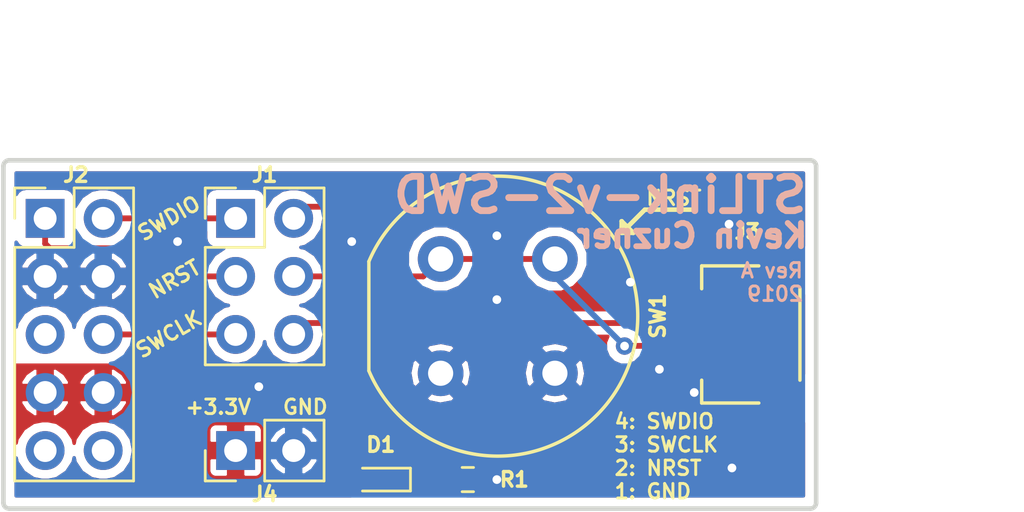
<source format=kicad_pcb>
(kicad_pcb (version 20171130) (host pcbnew 5.0.0)

  (general
    (thickness 1.6)
    (drawings 27)
    (tracks 24)
    (zones 0)
    (modules 18)
    (nets 13)
  )

  (page A4)
  (layers
    (0 F.Cu signal)
    (31 B.Cu signal)
    (32 B.Adhes user)
    (33 F.Adhes user)
    (34 B.Paste user)
    (35 F.Paste user)
    (36 B.SilkS user)
    (37 F.SilkS user)
    (38 B.Mask user)
    (39 F.Mask user)
    (40 Dwgs.User user)
    (41 Cmts.User user)
    (42 Eco1.User user)
    (43 Eco2.User user)
    (44 Edge.Cuts user)
    (45 Margin user)
    (46 B.CrtYd user)
    (47 F.CrtYd user)
    (48 B.Fab user hide)
    (49 F.Fab user hide)
  )

  (setup
    (last_trace_width 0.254)
    (trace_clearance 0.254)
    (zone_clearance 0.381)
    (zone_45_only no)
    (trace_min 0.1524)
    (segment_width 0.2)
    (edge_width 0.2)
    (via_size 0.762)
    (via_drill 0.381)
    (via_min_size 0.508)
    (via_min_drill 0.254)
    (uvia_size 0.3)
    (uvia_drill 0.1)
    (uvias_allowed no)
    (uvia_min_size 0.2)
    (uvia_min_drill 0.1)
    (pcb_text_width 0.3)
    (pcb_text_size 1.5 1.5)
    (mod_edge_width 0.15)
    (mod_text_size 0.635 0.635)
    (mod_text_width 0.15)
    (pad_size 0.6 1.55)
    (pad_drill 0)
    (pad_to_mask_clearance 0.2)
    (aux_axis_origin 0 0)
    (visible_elements FFFFFF7F)
    (pcbplotparams
      (layerselection 0x010f0_ffffffff)
      (usegerberextensions false)
      (usegerberattributes false)
      (usegerberadvancedattributes false)
      (creategerberjobfile false)
      (excludeedgelayer true)
      (linewidth 0.100000)
      (plotframeref false)
      (viasonmask false)
      (mode 1)
      (useauxorigin false)
      (hpglpennumber 1)
      (hpglpenspeed 20)
      (hpglpendiameter 15.000000)
      (psnegative false)
      (psa4output false)
      (plotreference true)
      (plotvalue true)
      (plotinvisibletext false)
      (padsonsilk false)
      (subtractmaskfromsilk false)
      (outputformat 1)
      (mirror false)
      (drillshape 0)
      (scaleselection 1)
      (outputdirectory "gerber"))
  )

  (net 0 "")
  (net 1 "Net-(D1-Pad1)")
  (net 2 +3V3)
  (net 3 /NRST)
  (net 4 /NRST_JST)
  (net 5 /SWCLK)
  (net 6 /SWCLK_JST)
  (net 7 /SWDIO)
  (net 8 /SWDIO_JST)
  (net 9 "Net-(J2-Pad10)")
  (net 10 "Net-(J2-Pad9)")
  (net 11 "Net-(J2-Pad5)")
  (net 12 GND)

  (net_class Default "This is the default net class."
    (clearance 0.254)
    (trace_width 0.254)
    (via_dia 0.762)
    (via_drill 0.381)
    (uvia_dia 0.3)
    (uvia_drill 0.1)
    (diff_pair_gap 0.1524)
    (diff_pair_width 0.1524)
    (add_net +3V3)
    (add_net /NRST)
    (add_net /NRST_JST)
    (add_net /SWCLK)
    (add_net /SWCLK_JST)
    (add_net /SWDIO)
    (add_net /SWDIO_JST)
    (add_net GND)
    (add_net "Net-(D1-Pad1)")
    (add_net "Net-(J2-Pad10)")
    (add_net "Net-(J2-Pad5)")
    (add_net "Net-(J2-Pad9)")
  )

  (module stlink-swd:1PIN-VIA (layer F.Cu) (tedit 5C3812AA) (tstamp 5C381BAE)
    (at 158.877 103.632)
    (fp_text reference REF** (at 0 0.5) (layer F.SilkS) hide
      (effects (font (size 1 1) (thickness 0.15)))
    )
    (fp_text value 1PIN-VIA (at 0 -0.5) (layer F.Fab)
      (effects (font (size 1 1) (thickness 0.15)))
    )
    (pad 1 thru_hole circle (at 0 0) (size 0.762 0.762) (drill 0.381) (layers *.Cu)
      (net 12 GND) (zone_connect 2))
  )

  (module stlink-swd:1PIN-VIA (layer F.Cu) (tedit 5C3812AA) (tstamp 5C381930)
    (at 158.75 92.964)
    (fp_text reference REF** (at 0 0.5) (layer F.SilkS) hide
      (effects (font (size 1 1) (thickness 0.15)))
    )
    (fp_text value 1PIN-VIA (at 0 -0.5) (layer F.Fab)
      (effects (font (size 1 1) (thickness 0.15)))
    )
    (pad 1 thru_hole circle (at 0 0) (size 0.762 0.762) (drill 0.381) (layers *.Cu)
      (net 12 GND) (zone_connect 2))
  )

  (module stlink-swd:1PIN-VIA (layer F.Cu) (tedit 5C3812AA) (tstamp 5C381928)
    (at 138.176 100.076)
    (fp_text reference REF** (at 0 0.5) (layer F.SilkS) hide
      (effects (font (size 1 1) (thickness 0.15)))
    )
    (fp_text value 1PIN-VIA (at 0 -0.5) (layer F.Fab)
      (effects (font (size 1 1) (thickness 0.15)))
    )
    (pad 1 thru_hole circle (at 0 0) (size 0.762 0.762) (drill 0.381) (layers *.Cu)
      (net 12 GND) (zone_connect 2))
  )

  (module stlink-swd:1PIN-VIA (layer F.Cu) (tedit 5C3812AA) (tstamp 5C381920)
    (at 154.432 95.504)
    (fp_text reference REF** (at 0 0.5) (layer F.SilkS) hide
      (effects (font (size 1 1) (thickness 0.15)))
    )
    (fp_text value 1PIN-VIA (at 0 -0.5) (layer F.Fab)
      (effects (font (size 1 1) (thickness 0.15)))
    )
    (pad 1 thru_hole circle (at 0 0) (size 0.762 0.762) (drill 0.381) (layers *.Cu)
      (net 12 GND) (zone_connect 2))
  )

  (module stlink-swd:1PIN-VIA (layer F.Cu) (tedit 5C3812AA) (tstamp 5C3818FD)
    (at 134.62 93.726)
    (fp_text reference REF** (at 0 0.5) (layer F.SilkS) hide
      (effects (font (size 1 1) (thickness 0.15)))
    )
    (fp_text value 1PIN-VIA (at 0 -0.5) (layer F.Fab)
      (effects (font (size 1 1) (thickness 0.15)))
    )
    (pad 1 thru_hole circle (at 0 0) (size 0.762 0.762) (drill 0.381) (layers *.Cu)
      (net 12 GND) (zone_connect 2))
  )

  (module stlink-swd:1PIN-VIA (layer F.Cu) (tedit 5C3812AA) (tstamp 5C3818E8)
    (at 148.59 93.472)
    (fp_text reference REF** (at 0 0.5) (layer F.SilkS) hide
      (effects (font (size 1 1) (thickness 0.15)))
    )
    (fp_text value 1PIN-VIA (at 0 -0.5) (layer F.Fab)
      (effects (font (size 1 1) (thickness 0.15)))
    )
    (pad 1 thru_hole circle (at 0 0) (size 0.762 0.762) (drill 0.381) (layers *.Cu)
      (net 12 GND) (zone_connect 2))
  )

  (module stlink-swd:1PIN-VIA (layer F.Cu) (tedit 5C3812AA) (tstamp 5C3818C9)
    (at 142.24 93.726)
    (fp_text reference REF** (at 0 0.5) (layer F.SilkS) hide
      (effects (font (size 1 1) (thickness 0.15)))
    )
    (fp_text value 1PIN-VIA (at 0 -0.5) (layer F.Fab)
      (effects (font (size 1 1) (thickness 0.15)))
    )
    (pad 1 thru_hole circle (at 0 0) (size 0.762 0.762) (drill 0.381) (layers *.Cu)
      (net 12 GND) (zone_connect 2))
  )

  (module stlink-swd:1PIN-VIA (layer F.Cu) (tedit 5C3812AA) (tstamp 5C3818BD)
    (at 148.59 96.266)
    (fp_text reference REF** (at 0 0.5) (layer F.SilkS) hide
      (effects (font (size 1 1) (thickness 0.15)))
    )
    (fp_text value 1PIN-VIA (at 0 -0.5) (layer F.Fab)
      (effects (font (size 1 1) (thickness 0.15)))
    )
    (pad 1 thru_hole circle (at 0 0) (size 0.762 0.762) (drill 0.381) (layers *.Cu)
      (net 12 GND) (zone_connect 2))
  )

  (module stlink-swd:1PIN-VIA (layer F.Cu) (tedit 5C3812C2) (tstamp 5C381775)
    (at 157.226 100.33)
    (fp_text reference REF** (at 0 0.5) (layer F.SilkS) hide
      (effects (font (size 1 1) (thickness 0.15)))
    )
    (fp_text value 1PIN-VIA (at 0 -0.5) (layer F.Fab)
      (effects (font (size 1 1) (thickness 0.15)))
    )
    (pad 1 thru_hole circle (at 0 0) (size 0.762 0.762) (drill 0.381) (layers *.Cu)
      (net 12 GND) (zone_connect 2))
  )

  (module LEDs:LED_0603 (layer F.Cu) (tedit 57FE93A5) (tstamp 5C381436)
    (at 143.51 104.14 180)
    (descr "LED 0603 smd package")
    (tags "LED led 0603 SMD smd SMT smt smdled SMDLED smtled SMTLED")
    (path /5C313AAE)
    (attr smd)
    (fp_text reference D1 (at 0 1.524 180) (layer F.SilkS)
      (effects (font (size 0.635 0.635) (thickness 0.15)))
    )
    (fp_text value LED (at 0 1.35 180) (layer F.Fab)
      (effects (font (size 1 1) (thickness 0.15)))
    )
    (fp_line (start -1.45 -0.65) (end 1.45 -0.65) (layer F.CrtYd) (width 0.05))
    (fp_line (start -1.45 0.65) (end -1.45 -0.65) (layer F.CrtYd) (width 0.05))
    (fp_line (start 1.45 0.65) (end -1.45 0.65) (layer F.CrtYd) (width 0.05))
    (fp_line (start 1.45 -0.65) (end 1.45 0.65) (layer F.CrtYd) (width 0.05))
    (fp_line (start -1.3 -0.5) (end 0.8 -0.5) (layer F.SilkS) (width 0.12))
    (fp_line (start -1.3 0.5) (end 0.8 0.5) (layer F.SilkS) (width 0.12))
    (fp_line (start -0.8 0.4) (end -0.8 -0.4) (layer F.Fab) (width 0.1))
    (fp_line (start -0.8 -0.4) (end 0.8 -0.4) (layer F.Fab) (width 0.1))
    (fp_line (start 0.8 -0.4) (end 0.8 0.4) (layer F.Fab) (width 0.1))
    (fp_line (start 0.8 0.4) (end -0.8 0.4) (layer F.Fab) (width 0.1))
    (fp_line (start 0.15 -0.2) (end 0.15 0.2) (layer F.Fab) (width 0.1))
    (fp_line (start 0.15 0.2) (end -0.15 0) (layer F.Fab) (width 0.1))
    (fp_line (start -0.15 0) (end 0.15 -0.2) (layer F.Fab) (width 0.1))
    (fp_line (start -0.2 -0.2) (end -0.2 0.2) (layer F.Fab) (width 0.1))
    (fp_line (start -1.3 -0.5) (end -1.3 0.5) (layer F.SilkS) (width 0.12))
    (pad 1 smd rect (at -0.8 0) (size 0.8 0.8) (layers F.Cu F.Paste F.Mask)
      (net 1 "Net-(D1-Pad1)"))
    (pad 2 smd rect (at 0.8 0) (size 0.8 0.8) (layers F.Cu F.Paste F.Mask)
      (net 2 +3V3))
    (model ${KISYS3DMOD}/LEDs.3dshapes/LED_0603.wrl
      (at (xyz 0 0 0))
      (scale (xyz 1 1 1))
      (rotate (xyz 0 0 180))
    )
  )

  (module Pin_Headers:Pin_Header_Straight_2x03_Pitch2.54mm (layer F.Cu) (tedit 59650532) (tstamp 5C380E89)
    (at 137.16 92.71)
    (descr "Through hole straight pin header, 2x03, 2.54mm pitch, double rows")
    (tags "Through hole pin header THT 2x03 2.54mm double row")
    (path /5C3104F0)
    (fp_text reference J1 (at 1.27 -1.905 180) (layer F.SilkS)
      (effects (font (size 0.635 0.635) (thickness 0.15)))
    )
    (fp_text value Conn_02x03_Odd_Even (at 1.27 7.41) (layer F.Fab)
      (effects (font (size 1 1) (thickness 0.15)))
    )
    (fp_text user %R (at 1.27 2.54 90) (layer F.Fab)
      (effects (font (size 1 1) (thickness 0.15)))
    )
    (fp_line (start 4.35 -1.8) (end -1.8 -1.8) (layer F.CrtYd) (width 0.05))
    (fp_line (start 4.35 6.85) (end 4.35 -1.8) (layer F.CrtYd) (width 0.05))
    (fp_line (start -1.8 6.85) (end 4.35 6.85) (layer F.CrtYd) (width 0.05))
    (fp_line (start -1.8 -1.8) (end -1.8 6.85) (layer F.CrtYd) (width 0.05))
    (fp_line (start -1.33 -1.33) (end 0 -1.33) (layer F.SilkS) (width 0.12))
    (fp_line (start -1.33 0) (end -1.33 -1.33) (layer F.SilkS) (width 0.12))
    (fp_line (start 1.27 -1.33) (end 3.87 -1.33) (layer F.SilkS) (width 0.12))
    (fp_line (start 1.27 1.27) (end 1.27 -1.33) (layer F.SilkS) (width 0.12))
    (fp_line (start -1.33 1.27) (end 1.27 1.27) (layer F.SilkS) (width 0.12))
    (fp_line (start 3.87 -1.33) (end 3.87 6.41) (layer F.SilkS) (width 0.12))
    (fp_line (start -1.33 1.27) (end -1.33 6.41) (layer F.SilkS) (width 0.12))
    (fp_line (start -1.33 6.41) (end 3.87 6.41) (layer F.SilkS) (width 0.12))
    (fp_line (start -1.27 0) (end 0 -1.27) (layer F.Fab) (width 0.1))
    (fp_line (start -1.27 6.35) (end -1.27 0) (layer F.Fab) (width 0.1))
    (fp_line (start 3.81 6.35) (end -1.27 6.35) (layer F.Fab) (width 0.1))
    (fp_line (start 3.81 -1.27) (end 3.81 6.35) (layer F.Fab) (width 0.1))
    (fp_line (start 0 -1.27) (end 3.81 -1.27) (layer F.Fab) (width 0.1))
    (pad 6 thru_hole oval (at 2.54 5.08) (size 1.7 1.7) (drill 1) (layers *.Cu *.Mask)
      (net 6 /SWCLK_JST))
    (pad 5 thru_hole oval (at 0 5.08) (size 1.7 1.7) (drill 1) (layers *.Cu *.Mask)
      (net 5 /SWCLK))
    (pad 4 thru_hole oval (at 2.54 2.54) (size 1.7 1.7) (drill 1) (layers *.Cu *.Mask)
      (net 4 /NRST_JST))
    (pad 3 thru_hole oval (at 0 2.54) (size 1.7 1.7) (drill 1) (layers *.Cu *.Mask)
      (net 3 /NRST))
    (pad 2 thru_hole oval (at 2.54 0) (size 1.7 1.7) (drill 1) (layers *.Cu *.Mask)
      (net 8 /SWDIO_JST))
    (pad 1 thru_hole rect (at 0 0) (size 1.7 1.7) (drill 1) (layers *.Cu *.Mask)
      (net 7 /SWDIO))
    (model ${KISYS3DMOD}/Pin_Headers.3dshapes/Pin_Header_Straight_2x03_Pitch2.54mm.wrl
      (at (xyz 0 0 0))
      (scale (xyz 1 1 1))
      (rotate (xyz 0 0 0))
    )
  )

  (module Pin_Headers:Pin_Header_Straight_2x05_Pitch2.54mm (layer F.Cu) (tedit 59650532) (tstamp 5C3810AE)
    (at 128.825001 92.71)
    (descr "Through hole straight pin header, 2x05, 2.54mm pitch, double rows")
    (tags "Through hole pin header THT 2x05 2.54mm double row")
    (path /5C30C04B)
    (fp_text reference J2 (at 1.349999 -1.905 180) (layer F.SilkS)
      (effects (font (size 0.635 0.635) (thickness 0.15)))
    )
    (fp_text value "Ribbon IDC DIP" (at 1.27 12.49) (layer F.Fab)
      (effects (font (size 1 1) (thickness 0.15)))
    )
    (fp_text user %R (at 1.27 5.08 90) (layer F.Fab)
      (effects (font (size 1 1) (thickness 0.15)))
    )
    (fp_line (start 4.35 -1.8) (end -1.8 -1.8) (layer F.CrtYd) (width 0.05))
    (fp_line (start 4.35 11.95) (end 4.35 -1.8) (layer F.CrtYd) (width 0.05))
    (fp_line (start -1.8 11.95) (end 4.35 11.95) (layer F.CrtYd) (width 0.05))
    (fp_line (start -1.8 -1.8) (end -1.8 11.95) (layer F.CrtYd) (width 0.05))
    (fp_line (start -1.33 -1.33) (end 0 -1.33) (layer F.SilkS) (width 0.12))
    (fp_line (start -1.33 0) (end -1.33 -1.33) (layer F.SilkS) (width 0.12))
    (fp_line (start 1.27 -1.33) (end 3.87 -1.33) (layer F.SilkS) (width 0.12))
    (fp_line (start 1.27 1.27) (end 1.27 -1.33) (layer F.SilkS) (width 0.12))
    (fp_line (start -1.33 1.27) (end 1.27 1.27) (layer F.SilkS) (width 0.12))
    (fp_line (start 3.87 -1.33) (end 3.87 11.49) (layer F.SilkS) (width 0.12))
    (fp_line (start -1.33 1.27) (end -1.33 11.49) (layer F.SilkS) (width 0.12))
    (fp_line (start -1.33 11.49) (end 3.87 11.49) (layer F.SilkS) (width 0.12))
    (fp_line (start -1.27 0) (end 0 -1.27) (layer F.Fab) (width 0.1))
    (fp_line (start -1.27 11.43) (end -1.27 0) (layer F.Fab) (width 0.1))
    (fp_line (start 3.81 11.43) (end -1.27 11.43) (layer F.Fab) (width 0.1))
    (fp_line (start 3.81 -1.27) (end 3.81 11.43) (layer F.Fab) (width 0.1))
    (fp_line (start 0 -1.27) (end 3.81 -1.27) (layer F.Fab) (width 0.1))
    (pad 10 thru_hole oval (at 2.54 10.16) (size 1.7 1.7) (drill 1) (layers *.Cu *.Mask)
      (net 9 "Net-(J2-Pad10)"))
    (pad 9 thru_hole oval (at 0 10.16) (size 1.7 1.7) (drill 1) (layers *.Cu *.Mask)
      (net 10 "Net-(J2-Pad9)"))
    (pad 8 thru_hole oval (at 2.54 7.62) (size 1.7 1.7) (drill 1) (layers *.Cu *.Mask)
      (net 2 +3V3))
    (pad 7 thru_hole oval (at 0 7.62) (size 1.7 1.7) (drill 1) (layers *.Cu *.Mask)
      (net 2 +3V3))
    (pad 6 thru_hole oval (at 2.54 5.08) (size 1.7 1.7) (drill 1) (layers *.Cu *.Mask)
      (net 5 /SWCLK))
    (pad 5 thru_hole oval (at 0 5.08) (size 1.7 1.7) (drill 1) (layers *.Cu *.Mask)
      (net 11 "Net-(J2-Pad5)"))
    (pad 4 thru_hole oval (at 2.54 2.54) (size 1.7 1.7) (drill 1) (layers *.Cu *.Mask)
      (net 12 GND))
    (pad 3 thru_hole oval (at 0 2.54) (size 1.7 1.7) (drill 1) (layers *.Cu *.Mask)
      (net 12 GND))
    (pad 2 thru_hole oval (at 2.54 0) (size 1.7 1.7) (drill 1) (layers *.Cu *.Mask)
      (net 7 /SWDIO))
    (pad 1 thru_hole rect (at 0 0) (size 1.7 1.7) (drill 1) (layers *.Cu *.Mask)
      (net 3 /NRST))
    (model ${KISYS3DMOD}/Pin_Headers.3dshapes/Pin_Header_Straight_2x05_Pitch2.54mm.wrl
      (at (xyz 0 0 0))
      (scale (xyz 1 1 1))
      (rotate (xyz 0 0 0))
    )
  )

  (module stlink-swd:JST-SH-4-RA (layer F.Cu) (tedit 5C380BC7) (tstamp 5C380EBC)
    (at 162.052 97.79 90)
    (path /5C30BDA4)
    (fp_text reference J3 (at 4.5 -2.5 180) (layer F.SilkS)
      (effects (font (size 0.635 0.635) (thickness 0.15)))
    )
    (fp_text value SWD-RA (at 0 0 90) (layer F.Fab)
      (effects (font (size 1 1) (thickness 0.15)))
    )
    (fp_line (start -3 -2) (end -3 -4.5) (layer F.SilkS) (width 0.15))
    (fp_line (start -3 -4.5) (end -2 -4.5) (layer F.SilkS) (width 0.15))
    (fp_line (start 2 -4.5) (end 3 -4.5) (layer F.SilkS) (width 0.15))
    (fp_line (start 3 -4.5) (end 3 -2) (layer F.SilkS) (width 0.15))
    (fp_line (start -2 -0.2) (end 2 -0.2) (layer F.SilkS) (width 0.15))
    (fp_line (start 3.5 0.1) (end 3.5 -5.7) (layer F.CrtYd) (width 0.05))
    (fp_line (start 3.5 -5.7) (end -3.5 -5.7) (layer F.CrtYd) (width 0.05))
    (fp_line (start -3.5 -5.7) (end -3.5 0.1) (layer F.CrtYd) (width 0.05))
    (fp_line (start -3.5 0.1) (end 3.5 0.1) (layer F.CrtYd) (width 0.05))
    (pad 1 smd rect (at -1.5 -4.775 90) (size 0.6 1.55) (layers F.Cu F.Paste F.Mask)
      (net 12 GND))
    (pad 2 smd rect (at -0.5 -4.775 90) (size 0.6 1.55) (layers F.Cu F.Paste F.Mask)
      (net 4 /NRST_JST))
    (pad 3 smd rect (at 0.5 -4.775 90) (size 0.6 1.55) (layers F.Cu F.Paste F.Mask)
      (net 6 /SWCLK_JST))
    (pad 4 smd rect (at 1.5 -4.775 90) (size 0.6 1.55) (layers F.Cu F.Paste F.Mask)
      (net 8 /SWDIO_JST))
    (pad NC smd rect (at -2.8 -0.9 90) (size 1.2 1.8) (layers F.Cu F.Paste F.Mask))
    (pad NC smd rect (at 2.8 -0.9 90) (size 1.2 1.8) (layers F.Cu F.Paste F.Mask))
  )

  (module Pin_Headers:Pin_Header_Straight_1x02_Pitch2.54mm (layer F.Cu) (tedit 59650532) (tstamp 5C380ED2)
    (at 137.16 102.87 90)
    (descr "Through hole straight pin header, 1x02, 2.54mm pitch, single row")
    (tags "Through hole pin header THT 1x02 2.54mm single row")
    (path /5C3111BD)
    (fp_text reference J4 (at -1.905 1.27 180) (layer F.SilkS)
      (effects (font (size 0.635 0.635) (thickness 0.15)))
    )
    (fp_text value Conn_01x02 (at 0 4.87 90) (layer F.Fab)
      (effects (font (size 1 1) (thickness 0.15)))
    )
    (fp_text user %R (at 0 1.27 180) (layer F.Fab)
      (effects (font (size 1 1) (thickness 0.15)))
    )
    (fp_line (start 1.8 -1.8) (end -1.8 -1.8) (layer F.CrtYd) (width 0.05))
    (fp_line (start 1.8 4.35) (end 1.8 -1.8) (layer F.CrtYd) (width 0.05))
    (fp_line (start -1.8 4.35) (end 1.8 4.35) (layer F.CrtYd) (width 0.05))
    (fp_line (start -1.8 -1.8) (end -1.8 4.35) (layer F.CrtYd) (width 0.05))
    (fp_line (start -1.33 -1.33) (end 0 -1.33) (layer F.SilkS) (width 0.12))
    (fp_line (start -1.33 0) (end -1.33 -1.33) (layer F.SilkS) (width 0.12))
    (fp_line (start -1.33 1.27) (end 1.33 1.27) (layer F.SilkS) (width 0.12))
    (fp_line (start 1.33 1.27) (end 1.33 3.87) (layer F.SilkS) (width 0.12))
    (fp_line (start -1.33 1.27) (end -1.33 3.87) (layer F.SilkS) (width 0.12))
    (fp_line (start -1.33 3.87) (end 1.33 3.87) (layer F.SilkS) (width 0.12))
    (fp_line (start -1.27 -0.635) (end -0.635 -1.27) (layer F.Fab) (width 0.1))
    (fp_line (start -1.27 3.81) (end -1.27 -0.635) (layer F.Fab) (width 0.1))
    (fp_line (start 1.27 3.81) (end -1.27 3.81) (layer F.Fab) (width 0.1))
    (fp_line (start 1.27 -1.27) (end 1.27 3.81) (layer F.Fab) (width 0.1))
    (fp_line (start -0.635 -1.27) (end 1.27 -1.27) (layer F.Fab) (width 0.1))
    (pad 2 thru_hole oval (at 0 2.54 90) (size 1.7 1.7) (drill 1) (layers *.Cu *.Mask)
      (net 12 GND))
    (pad 1 thru_hole rect (at 0 0 90) (size 1.7 1.7) (drill 1) (layers *.Cu *.Mask)
      (net 2 +3V3))
    (model ${KISYS3DMOD}/Pin_Headers.3dshapes/Pin_Header_Straight_1x02_Pitch2.54mm.wrl
      (at (xyz 0 0 0))
      (scale (xyz 1 1 1))
      (rotate (xyz 0 0 0))
    )
  )

  (module Resistors_SMD:R_0402 (layer F.Cu) (tedit 58E0A804) (tstamp 5C380EE3)
    (at 147.32 104.14)
    (descr "Resistor SMD 0402, reflow soldering, Vishay (see dcrcw.pdf)")
    (tags "resistor 0402")
    (path /5C313B62)
    (attr smd)
    (fp_text reference R1 (at 2.032 0) (layer F.SilkS)
      (effects (font (size 0.635 0.635) (thickness 0.15)))
    )
    (fp_text value R (at 0 1.45) (layer F.Fab)
      (effects (font (size 1 1) (thickness 0.15)))
    )
    (fp_line (start 0.8 0.45) (end -0.8 0.45) (layer F.CrtYd) (width 0.05))
    (fp_line (start 0.8 0.45) (end 0.8 -0.45) (layer F.CrtYd) (width 0.05))
    (fp_line (start -0.8 -0.45) (end -0.8 0.45) (layer F.CrtYd) (width 0.05))
    (fp_line (start -0.8 -0.45) (end 0.8 -0.45) (layer F.CrtYd) (width 0.05))
    (fp_line (start -0.25 0.53) (end 0.25 0.53) (layer F.SilkS) (width 0.12))
    (fp_line (start 0.25 -0.53) (end -0.25 -0.53) (layer F.SilkS) (width 0.12))
    (fp_line (start -0.5 -0.25) (end 0.5 -0.25) (layer F.Fab) (width 0.1))
    (fp_line (start 0.5 -0.25) (end 0.5 0.25) (layer F.Fab) (width 0.1))
    (fp_line (start 0.5 0.25) (end -0.5 0.25) (layer F.Fab) (width 0.1))
    (fp_line (start -0.5 0.25) (end -0.5 -0.25) (layer F.Fab) (width 0.1))
    (fp_text user %R (at 0 -1.35) (layer F.Fab)
      (effects (font (size 1 1) (thickness 0.15)))
    )
    (pad 2 smd rect (at 0.45 0) (size 0.4 0.6) (layers F.Cu F.Paste F.Mask)
      (net 12 GND))
    (pad 1 smd rect (at -0.45 0) (size 0.4 0.6) (layers F.Cu F.Paste F.Mask)
      (net 1 "Net-(D1-Pad1)"))
    (model ${KISYS3DMOD}/Resistors_SMD.3dshapes/R_0402.wrl
      (at (xyz 0 0 0))
      (scale (xyz 1 1 1))
      (rotate (xyz 0 0 0))
    )
  )

  (module Buttons_Switches_ThroughHole:Push_E-Switch_KS01Q01 (layer F.Cu) (tedit 5C3810D3) (tstamp 5C38171F)
    (at 151.13 94.488 270)
    (descr "E-Switch KS01Q01 http://spec_sheets.e-switch.com/specs/29-KS01Q01.pdf")
    (tags "Push Button")
    (path /5C30C2EB)
    (fp_text reference SW1 (at 2.5 -4.5 270) (layer F.SilkS)
      (effects (font (size 0.635 0.635) (thickness 0.15)))
    )
    (fp_text value KS-00Q-02 (at 2.5 9.5 270) (layer F.Fab)
      (effects (font (size 1 1) (thickness 0.15)))
    )
    (fp_arc (start 2.5 2.5) (end 0.11 8.14) (angle 314) (layer F.SilkS) (width 0.15))
    (fp_line (start 4.89 8.14) (end 0.11 8.14) (layer F.SilkS) (width 0.15))
    (fp_text user %R (at 2.5 2.5 270) (layer F.Fab)
      (effects (font (size 1 1) (thickness 0.15)))
    )
    (fp_arc (start 2.5 2.5) (end 0.11 8) (angle 313) (layer F.Fab) (width 0.1))
    (fp_line (start 0.11 8) (end 4.89 8) (layer F.Fab) (width 0.1))
    (fp_arc (start 2.55 2.5) (end 0.04 8.39) (angle 313.8378348) (layer F.CrtYd) (width 0.05))
    (fp_line (start 0.04 8.39) (end 5.06 8.39) (layer F.CrtYd) (width 0.05))
    (pad 1 thru_hole circle (at 0 5 270) (size 2 2) (drill 1.1) (layers *.Cu *.Mask)
      (net 4 /NRST_JST))
    (pad 2 thru_hole circle (at 5 5 270) (size 2 2) (drill 1.1) (layers *.Cu *.Mask)
      (net 12 GND))
    (pad 2 thru_hole circle (at 5 0 270) (size 2 2) (drill 1.1) (layers *.Cu *.Mask)
      (net 12 GND))
    (pad 1 thru_hole circle (at 0 0 270) (size 2 2) (drill 1.1) (layers *.Cu *.Mask)
      (net 4 /NRST_JST))
    (model ${KISYS3DMOD}/Buttons_Switches_THT.3dshapes/Push_E-Switch_KS01Q01.wrl
      (offset (xyz 2.539999961853027 -2.539999961853027 0))
      (scale (xyz 1 1 1))
      (rotate (xyz 0 0 0))
    )
  )

  (module stlink-swd:1PIN-VIA (layer F.Cu) (tedit 5C3812AA) (tstamp 5C38175C)
    (at 155.702 99.314)
    (fp_text reference REF** (at 0 0.5) (layer F.SilkS) hide
      (effects (font (size 1 1) (thickness 0.15)))
    )
    (fp_text value 1PIN-VIA (at 0 -0.5) (layer F.Fab)
      (effects (font (size 1 1) (thickness 0.15)))
    )
    (pad 1 thru_hole circle (at 0 0) (size 0.762 0.762) (drill 0.381) (layers *.Cu)
      (net 12 GND) (zone_connect 2))
  )

  (module stlink-swd:1PIN-VIA (layer F.Cu) (tedit 5C3812ED) (tstamp 5C3817CB)
    (at 148.59 104.14)
    (fp_text reference REF** (at 0 0.5) (layer F.SilkS) hide
      (effects (font (size 1 1) (thickness 0.15)))
    )
    (fp_text value 1PIN-VIA (at 0 -0.5) (layer F.Fab)
      (effects (font (size 1 1) (thickness 0.15)))
    )
    (pad 1 thru_hole circle (at 0 0) (size 0.762 0.762) (drill 0.381) (layers *.Cu)
      (net 12 GND) (zone_connect 2))
  )

  (gr_arc (start 162.306 105.156) (end 162.306 105.41) (angle -90) (layer Edge.Cuts) (width 0.2))
  (gr_arc (start 127.254 105.156) (end 127 105.156) (angle -90) (layer Edge.Cuts) (width 0.2))
  (gr_arc (start 127.254 90.424) (end 127.254 90.17) (angle -90) (layer Edge.Cuts) (width 0.2))
  (gr_arc (start 162.306 90.424) (end 162.56 90.424) (angle -90) (layer Edge.Cuts) (width 0.2))
  (gr_text "Rev A\n2019" (at 162.052 95.504) (layer B.SilkS)
    (effects (font (size 0.635 0.635) (thickness 0.127)) (justify left mirror))
  )
  (gr_text "Kevin Cuzner" (at 162.306 93.472) (layer B.SilkS)
    (effects (font (size 1.016 1.016) (thickness 0.254)) (justify left mirror))
  )
  (gr_text STLink-v2-SWD (at 162.306 91.694) (layer B.SilkS)
    (effects (font (size 1.5 1.5) (thickness 0.3)) (justify left mirror))
  )
  (gr_text GND (at 140.208 100.965) (layer F.SilkS)
    (effects (font (size 0.635 0.635) (thickness 0.127)))
  )
  (gr_text +3.3V (at 136.398 100.965) (layer F.SilkS)
    (effects (font (size 0.635 0.635) (thickness 0.127)))
  )
  (gr_line (start 154.559 93.345) (end 154.051 93.091) (layer F.SilkS) (width 0.2))
  (gr_line (start 154.051 92.837) (end 154.305 93.345) (layer F.SilkS) (width 0.2))
  (gr_line (start 154.559 93.345) (end 154.051 92.837) (layer F.SilkS) (width 0.2))
  (gr_line (start 154.051 93.345) (end 154.559 93.345) (layer F.SilkS) (width 0.2))
  (gr_line (start 154.051 93.345) (end 154.051 92.837) (layer F.SilkS) (width 0.2))
  (gr_line (start 155.067 92.329) (end 154.051 93.345) (layer F.SilkS) (width 0.2))
  (gr_line (start 157.226 92.329) (end 155.067 92.329) (layer F.SilkS) (width 0.2))
  (gr_text NRST (at 156.337 91.821) (layer F.SilkS)
    (effects (font (size 0.635 0.635) (thickness 0.127)))
  )
  (gr_text NRST (at 134.493 95.377 30) (layer F.SilkS)
    (effects (font (size 0.635 0.635) (thickness 0.127)))
  )
  (gr_text SWCLK (at 134.239 97.79 30) (layer F.SilkS) (tstamp 5C381950)
    (effects (font (size 0.635 0.635) (thickness 0.127)))
  )
  (gr_text SWDIO (at 134.239 92.71 30) (layer F.SilkS) (tstamp 5C38195B)
    (effects (font (size 0.635 0.635) (thickness 0.127)))
  )
  (gr_text "4: SWDIO\n3: SWCLK\n2: NRST\n1: GND" (at 153.67 103.124) (layer F.SilkS)
    (effects (font (size 0.635 0.635) (thickness 0.127)) (justify left))
  )
  (dimension 15.24 (width 0.3) (layer Dwgs.User)
    (gr_text "0.6000 in" (at 169.74 97.79 270) (layer Dwgs.User)
      (effects (font (size 1.5 1.5) (thickness 0.3)))
    )
    (feature1 (pts (xy 162.56 105.41) (xy 168.226421 105.41)))
    (feature2 (pts (xy 162.56 90.17) (xy 168.226421 90.17)))
    (crossbar (pts (xy 167.64 90.17) (xy 167.64 105.41)))
    (arrow1a (pts (xy 167.64 105.41) (xy 167.053579 104.283496)))
    (arrow1b (pts (xy 167.64 105.41) (xy 168.226421 104.283496)))
    (arrow2a (pts (xy 167.64 90.17) (xy 167.053579 91.296504)))
    (arrow2b (pts (xy 167.64 90.17) (xy 168.226421 91.296504)))
  )
  (dimension 35.56 (width 0.3) (layer Dwgs.User)
    (gr_text "1.4000 in" (at 144.78 84.26) (layer Dwgs.User)
      (effects (font (size 1.5 1.5) (thickness 0.3)))
    )
    (feature1 (pts (xy 162.56 90.17) (xy 162.56 85.773579)))
    (feature2 (pts (xy 127 90.17) (xy 127 85.773579)))
    (crossbar (pts (xy 127 86.36) (xy 162.56 86.36)))
    (arrow1a (pts (xy 162.56 86.36) (xy 161.433496 86.946421)))
    (arrow1b (pts (xy 162.56 86.36) (xy 161.433496 85.773579)))
    (arrow2a (pts (xy 127 86.36) (xy 128.126504 86.946421)))
    (arrow2b (pts (xy 127 86.36) (xy 128.126504 85.773579)))
  )
  (gr_line (start 127 105.156) (end 127 90.424) (layer Edge.Cuts) (width 0.2))
  (gr_line (start 162.306 105.41) (end 127.254 105.41) (layer Edge.Cuts) (width 0.2))
  (gr_line (start 162.56 90.424) (end 162.56 105.156) (layer Edge.Cuts) (width 0.2))
  (gr_line (start 127.254 90.17) (end 162.306 90.17) (layer Edge.Cuts) (width 0.2))

  (segment (start 146.87 104.14) (end 144.31 104.14) (width 0.254) (layer F.Cu) (net 1))
  (segment (start 129.03 94.018999) (end 133.134999 94.018999) (width 0.254) (layer F.Cu) (net 3))
  (segment (start 128.825001 92.71) (end 128.825001 93.814) (width 0.254) (layer F.Cu) (net 3))
  (segment (start 128.825001 93.814) (end 129.03 94.018999) (width 0.254) (layer F.Cu) (net 3))
  (segment (start 134.366 95.25) (end 137.16 95.25) (width 0.254) (layer F.Cu) (net 3))
  (segment (start 133.134999 94.018999) (end 134.366 95.25) (width 0.254) (layer F.Cu) (net 3))
  (segment (start 145.368 95.25) (end 146.13 94.488) (width 0.254) (layer F.Cu) (net 4))
  (segment (start 139.7 95.25) (end 145.368 95.25) (width 0.254) (layer F.Cu) (net 4))
  (segment (start 147.544213 94.488) (end 151.13 94.488) (width 0.254) (layer F.Cu) (net 4))
  (segment (start 146.13 94.488) (end 147.544213 94.488) (width 0.254) (layer F.Cu) (net 4))
  (via (at 154.178 98.298) (size 0.762) (drill 0.381) (layers F.Cu B.Cu) (net 4))
  (segment (start 157.277 98.29) (end 154.186 98.29) (width 0.254) (layer F.Cu) (net 4))
  (segment (start 154.186 98.29) (end 154.178 98.298) (width 0.254) (layer F.Cu) (net 4))
  (segment (start 151.13 95.25) (end 151.13 94.488) (width 0.254) (layer B.Cu) (net 4))
  (segment (start 154.178 98.298) (end 151.13 95.25) (width 0.254) (layer B.Cu) (net 4))
  (segment (start 131.365001 97.79) (end 137.16 97.79) (width 0.254) (layer F.Cu) (net 5))
  (segment (start 140.2 97.29) (end 139.7 97.79) (width 0.254) (layer F.Cu) (net 6))
  (segment (start 157.277 97.29) (end 140.2 97.29) (width 0.254) (layer F.Cu) (net 6))
  (segment (start 131.365001 92.71) (end 137.16 92.71) (width 0.254) (layer F.Cu) (net 7))
  (segment (start 157.277 95.736) (end 157.277 96.29) (width 0.254) (layer F.Cu) (net 8))
  (segment (start 153.743 92.202) (end 157.277 95.736) (width 0.254) (layer F.Cu) (net 8))
  (segment (start 139.7 92.71) (end 140.208 92.202) (width 0.254) (layer F.Cu) (net 8))
  (segment (start 140.208 92.202) (end 153.743 92.202) (width 0.254) (layer F.Cu) (net 8))
  (segment (start 147.77 104.14) (end 148.59 104.14) (width 0.254) (layer F.Cu) (net 12))

  (zone (net 12) (net_name GND) (layer B.Cu) (tstamp 5C3820CB) (hatch edge 0.508)
    (connect_pads (clearance 0.381))
    (min_thickness 0.1524)
    (fill yes (arc_segments 16) (thermal_gap 0.254) (thermal_bridge_width 0.762) (smoothing chamfer))
    (polygon
      (pts
        (xy 127 90.17) (xy 162.56 90.17) (xy 162.56 105.41) (xy 127 105.41)
      )
    )
    (filled_polygon
      (pts
        (xy 162.002801 104.8528) (xy 127.5572 104.8528) (xy 127.5572 103.196817) (xy 127.593646 103.380044) (xy 127.882563 103.812438)
        (xy 128.314957 104.101355) (xy 128.696256 104.1772) (xy 128.953746 104.1772) (xy 129.335045 104.101355) (xy 129.767439 103.812438)
        (xy 130.056356 103.380044) (xy 130.095001 103.185762) (xy 130.133646 103.380044) (xy 130.422563 103.812438) (xy 130.854957 104.101355)
        (xy 131.236256 104.1772) (xy 131.493746 104.1772) (xy 131.875045 104.101355) (xy 132.307439 103.812438) (xy 132.596356 103.380044)
        (xy 132.69781 102.87) (xy 132.596356 102.359956) (xy 132.369205 102.02) (xy 135.843843 102.02) (xy 135.843843 103.72)
        (xy 135.879327 103.898391) (xy 135.980377 104.049623) (xy 136.131609 104.150673) (xy 136.31 104.186157) (xy 138.01 104.186157)
        (xy 138.188391 104.150673) (xy 138.339623 104.049623) (xy 138.440673 103.898391) (xy 138.476157 103.72) (xy 138.476157 103.349413)
        (xy 138.621527 103.349413) (xy 138.887084 103.725634) (xy 139.220592 103.948443) (xy 139.3952 103.924482) (xy 139.3952 103.1748)
        (xy 140.0048 103.1748) (xy 140.0048 103.924482) (xy 140.179408 103.948443) (xy 140.512916 103.725634) (xy 140.778473 103.349413)
        (xy 140.757642 103.1748) (xy 140.0048 103.1748) (xy 139.3952 103.1748) (xy 138.642358 103.1748) (xy 138.621527 103.349413)
        (xy 138.476157 103.349413) (xy 138.476157 102.390587) (xy 138.621527 102.390587) (xy 138.642358 102.5652) (xy 139.3952 102.5652)
        (xy 139.3952 101.815518) (xy 140.0048 101.815518) (xy 140.0048 102.5652) (xy 140.757642 102.5652) (xy 140.778473 102.390587)
        (xy 140.512916 102.014366) (xy 140.179408 101.791557) (xy 140.0048 101.815518) (xy 139.3952 101.815518) (xy 139.220592 101.791557)
        (xy 138.887084 102.014366) (xy 138.621527 102.390587) (xy 138.476157 102.390587) (xy 138.476157 102.02) (xy 138.440673 101.841609)
        (xy 138.339623 101.690377) (xy 138.188391 101.589327) (xy 138.01 101.553843) (xy 136.31 101.553843) (xy 136.131609 101.589327)
        (xy 135.980377 101.690377) (xy 135.879327 101.841609) (xy 135.843843 102.02) (xy 132.369205 102.02) (xy 132.307439 101.927562)
        (xy 131.875045 101.638645) (xy 131.680763 101.6) (xy 131.875045 101.561355) (xy 132.307439 101.272438) (xy 132.596356 100.840044)
        (xy 132.648478 100.578007) (xy 145.471045 100.578007) (xy 145.599791 100.736327) (xy 146.117865 100.844206) (xy 146.637786 100.745615)
        (xy 146.660209 100.736327) (xy 146.788955 100.578007) (xy 150.471045 100.578007) (xy 150.599791 100.736327) (xy 151.117865 100.844206)
        (xy 151.637786 100.745615) (xy 151.660209 100.736327) (xy 151.788955 100.578007) (xy 151.13 99.919052) (xy 150.471045 100.578007)
        (xy 146.788955 100.578007) (xy 146.13 99.919052) (xy 145.471045 100.578007) (xy 132.648478 100.578007) (xy 132.69781 100.33)
        (xy 132.596356 99.819956) (xy 132.366442 99.475865) (xy 144.773794 99.475865) (xy 144.872385 99.995786) (xy 144.881673 100.018209)
        (xy 145.039993 100.146955) (xy 145.698948 99.488) (xy 146.561052 99.488) (xy 147.220007 100.146955) (xy 147.378327 100.018209)
        (xy 147.486206 99.500135) (xy 147.481604 99.475865) (xy 149.773794 99.475865) (xy 149.872385 99.995786) (xy 149.881673 100.018209)
        (xy 150.039993 100.146955) (xy 150.698948 99.488) (xy 151.561052 99.488) (xy 152.220007 100.146955) (xy 152.378327 100.018209)
        (xy 152.486206 99.500135) (xy 152.387615 98.980214) (xy 152.378327 98.957791) (xy 152.220007 98.829045) (xy 151.561052 99.488)
        (xy 150.698948 99.488) (xy 150.039993 98.829045) (xy 149.881673 98.957791) (xy 149.773794 99.475865) (xy 147.481604 99.475865)
        (xy 147.387615 98.980214) (xy 147.378327 98.957791) (xy 147.220007 98.829045) (xy 146.561052 99.488) (xy 145.698948 99.488)
        (xy 145.039993 98.829045) (xy 144.881673 98.957791) (xy 144.773794 99.475865) (xy 132.366442 99.475865) (xy 132.307439 99.387562)
        (xy 131.875045 99.098645) (xy 131.680763 99.06) (xy 131.875045 99.021355) (xy 132.307439 98.732438) (xy 132.596356 98.300044)
        (xy 132.69781 97.79) (xy 132.596356 97.279956) (xy 132.307439 96.847562) (xy 131.875045 96.558645) (xy 131.493746 96.4828)
        (xy 131.236256 96.4828) (xy 130.854957 96.558645) (xy 130.422563 96.847562) (xy 130.133646 97.279956) (xy 130.095001 97.474238)
        (xy 130.056356 97.279956) (xy 129.767439 96.847562) (xy 129.335045 96.558645) (xy 128.953746 96.4828) (xy 128.696256 96.4828)
        (xy 128.314957 96.558645) (xy 127.882563 96.847562) (xy 127.593646 97.279956) (xy 127.5572 97.463183) (xy 127.5572 95.729408)
        (xy 127.746558 95.729408) (xy 127.969367 96.062916) (xy 128.345588 96.328473) (xy 128.520201 96.307642) (xy 128.520201 95.5548)
        (xy 129.129801 95.5548) (xy 129.129801 96.307642) (xy 129.304414 96.328473) (xy 129.680635 96.062916) (xy 129.903444 95.729408)
        (xy 130.286558 95.729408) (xy 130.509367 96.062916) (xy 130.885588 96.328473) (xy 131.060201 96.307642) (xy 131.060201 95.5548)
        (xy 131.669801 95.5548) (xy 131.669801 96.307642) (xy 131.844414 96.328473) (xy 132.220635 96.062916) (xy 132.443444 95.729408)
        (xy 132.419483 95.5548) (xy 131.669801 95.5548) (xy 131.060201 95.5548) (xy 130.310519 95.5548) (xy 130.286558 95.729408)
        (xy 129.903444 95.729408) (xy 129.879483 95.5548) (xy 129.129801 95.5548) (xy 128.520201 95.5548) (xy 127.770519 95.5548)
        (xy 127.746558 95.729408) (xy 127.5572 95.729408) (xy 127.5572 95.25) (xy 135.827191 95.25) (xy 135.928645 95.760044)
        (xy 136.217562 96.192438) (xy 136.649956 96.481355) (xy 136.844238 96.52) (xy 136.649956 96.558645) (xy 136.217562 96.847562)
        (xy 135.928645 97.279956) (xy 135.827191 97.79) (xy 135.928645 98.300044) (xy 136.217562 98.732438) (xy 136.649956 99.021355)
        (xy 137.031255 99.0972) (xy 137.288745 99.0972) (xy 137.670044 99.021355) (xy 138.102438 98.732438) (xy 138.391355 98.300044)
        (xy 138.43 98.105762) (xy 138.468645 98.300044) (xy 138.757562 98.732438) (xy 139.189956 99.021355) (xy 139.571255 99.0972)
        (xy 139.828745 99.0972) (xy 140.210044 99.021355) (xy 140.642438 98.732438) (xy 140.865907 98.397993) (xy 145.471045 98.397993)
        (xy 146.13 99.056948) (xy 146.788955 98.397993) (xy 150.471045 98.397993) (xy 151.13 99.056948) (xy 151.788955 98.397993)
        (xy 151.660209 98.239673) (xy 151.142135 98.131794) (xy 150.622214 98.230385) (xy 150.599791 98.239673) (xy 150.471045 98.397993)
        (xy 146.788955 98.397993) (xy 146.660209 98.239673) (xy 146.142135 98.131794) (xy 145.622214 98.230385) (xy 145.599791 98.239673)
        (xy 145.471045 98.397993) (xy 140.865907 98.397993) (xy 140.931355 98.300044) (xy 141.032809 97.79) (xy 140.931355 97.279956)
        (xy 140.642438 96.847562) (xy 140.210044 96.558645) (xy 140.015762 96.52) (xy 140.210044 96.481355) (xy 140.642438 96.192438)
        (xy 140.931355 95.760044) (xy 141.032809 95.25) (xy 140.931355 94.739956) (xy 140.642438 94.307562) (xy 140.478685 94.198145)
        (xy 144.6728 94.198145) (xy 144.6728 94.777855) (xy 144.894646 95.313437) (xy 145.304563 95.723354) (xy 145.840145 95.9452)
        (xy 146.419855 95.9452) (xy 146.955437 95.723354) (xy 147.365354 95.313437) (xy 147.5872 94.777855) (xy 147.5872 94.198145)
        (xy 149.6728 94.198145) (xy 149.6728 94.777855) (xy 149.894646 95.313437) (xy 150.304563 95.723354) (xy 150.840145 95.9452)
        (xy 150.999018 95.9452) (xy 153.3398 98.285983) (xy 153.3398 98.464728) (xy 153.467409 98.772802) (xy 153.703198 99.008591)
        (xy 154.011272 99.1362) (xy 154.344728 99.1362) (xy 154.652802 99.008591) (xy 154.888591 98.772802) (xy 155.0162 98.464728)
        (xy 155.0162 98.131272) (xy 154.888591 97.823198) (xy 154.652802 97.587409) (xy 154.344728 97.4598) (xy 154.165983 97.4598)
        (xy 152.192487 95.486304) (xy 152.365354 95.313437) (xy 152.5872 94.777855) (xy 152.5872 94.198145) (xy 152.365354 93.662563)
        (xy 151.955437 93.252646) (xy 151.419855 93.0308) (xy 150.840145 93.0308) (xy 150.304563 93.252646) (xy 149.894646 93.662563)
        (xy 149.6728 94.198145) (xy 147.5872 94.198145) (xy 147.365354 93.662563) (xy 146.955437 93.252646) (xy 146.419855 93.0308)
        (xy 145.840145 93.0308) (xy 145.304563 93.252646) (xy 144.894646 93.662563) (xy 144.6728 94.198145) (xy 140.478685 94.198145)
        (xy 140.210044 94.018645) (xy 140.015762 93.98) (xy 140.210044 93.941355) (xy 140.642438 93.652438) (xy 140.931355 93.220044)
        (xy 141.032809 92.71) (xy 140.931355 92.199956) (xy 140.642438 91.767562) (xy 140.210044 91.478645) (xy 139.828745 91.4028)
        (xy 139.571255 91.4028) (xy 139.189956 91.478645) (xy 138.757562 91.767562) (xy 138.476157 92.188714) (xy 138.476157 91.86)
        (xy 138.440673 91.681609) (xy 138.339623 91.530377) (xy 138.188391 91.429327) (xy 138.01 91.393843) (xy 136.31 91.393843)
        (xy 136.131609 91.429327) (xy 135.980377 91.530377) (xy 135.879327 91.681609) (xy 135.843843 91.86) (xy 135.843843 93.56)
        (xy 135.879327 93.738391) (xy 135.980377 93.889623) (xy 136.131609 93.990673) (xy 136.31 94.026157) (xy 136.638714 94.026157)
        (xy 136.217562 94.307562) (xy 135.928645 94.739956) (xy 135.827191 95.25) (xy 127.5572 95.25) (xy 127.5572 94.770592)
        (xy 127.746558 94.770592) (xy 127.770519 94.9452) (xy 128.520201 94.9452) (xy 128.520201 94.192358) (xy 129.129801 94.192358)
        (xy 129.129801 94.9452) (xy 129.879483 94.9452) (xy 129.903444 94.770592) (xy 130.286558 94.770592) (xy 130.310519 94.9452)
        (xy 131.060201 94.9452) (xy 131.060201 94.192358) (xy 131.669801 94.192358) (xy 131.669801 94.9452) (xy 132.419483 94.9452)
        (xy 132.443444 94.770592) (xy 132.220635 94.437084) (xy 131.844414 94.171527) (xy 131.669801 94.192358) (xy 131.060201 94.192358)
        (xy 130.885588 94.171527) (xy 130.509367 94.437084) (xy 130.286558 94.770592) (xy 129.903444 94.770592) (xy 129.680635 94.437084)
        (xy 129.304414 94.171527) (xy 129.129801 94.192358) (xy 128.520201 94.192358) (xy 128.345588 94.171527) (xy 127.969367 94.437084)
        (xy 127.746558 94.770592) (xy 127.5572 94.770592) (xy 127.5572 93.757655) (xy 127.645378 93.889623) (xy 127.79661 93.990673)
        (xy 127.975001 94.026157) (xy 129.675001 94.026157) (xy 129.853392 93.990673) (xy 130.004624 93.889623) (xy 130.105674 93.738391)
        (xy 130.141158 93.56) (xy 130.141158 93.231286) (xy 130.422563 93.652438) (xy 130.854957 93.941355) (xy 131.236256 94.0172)
        (xy 131.493746 94.0172) (xy 131.875045 93.941355) (xy 132.307439 93.652438) (xy 132.596356 93.220044) (xy 132.69781 92.71)
        (xy 132.596356 92.199956) (xy 132.307439 91.767562) (xy 131.875045 91.478645) (xy 131.493746 91.4028) (xy 131.236256 91.4028)
        (xy 130.854957 91.478645) (xy 130.422563 91.767562) (xy 130.141158 92.188714) (xy 130.141158 91.86) (xy 130.105674 91.681609)
        (xy 130.004624 91.530377) (xy 129.853392 91.429327) (xy 129.675001 91.393843) (xy 127.975001 91.393843) (xy 127.79661 91.429327)
        (xy 127.645378 91.530377) (xy 127.5572 91.662345) (xy 127.5572 90.7272) (xy 162.0028 90.7272)
      )
    )
  )
  (zone (net 2) (net_name +3V3) (layer F.Cu) (tstamp 5C3820C8) (hatch edge 0.508)
    (priority 1)
    (connect_pads (clearance 0.381))
    (min_thickness 0.1524)
    (fill yes (arc_segments 16) (thermal_gap 0.254) (thermal_bridge_width 0.762) (smoothing chamfer))
    (polygon
      (pts
        (xy 127 99.06) (xy 132.588 99.06) (xy 135.382 101.6) (xy 143.256 101.6) (xy 143.256 105.41)
        (xy 127 105.41)
      )
    )
    (filled_polygon
      (pts
        (xy 135.330742 101.656383) (xy 135.356221 101.671707) (xy 135.382 101.6762) (xy 139.133751 101.6762) (xy 138.757562 101.927562)
        (xy 138.468645 102.359956) (xy 138.367191 102.87) (xy 138.468645 103.380044) (xy 138.757562 103.812438) (xy 139.189956 104.101355)
        (xy 139.571255 104.1772) (xy 139.828745 104.1772) (xy 140.210044 104.101355) (xy 140.642438 103.812438) (xy 140.734726 103.674319)
        (xy 141.9798 103.674319) (xy 141.9798 103.85745) (xy 142.06235 103.94) (xy 142.51 103.94) (xy 142.51 103.49235)
        (xy 142.42745 103.4098) (xy 142.244319 103.4098) (xy 142.122957 103.46007) (xy 142.03007 103.552957) (xy 141.9798 103.674319)
        (xy 140.734726 103.674319) (xy 140.931355 103.380044) (xy 141.032809 102.87) (xy 140.931355 102.359956) (xy 140.642438 101.927562)
        (xy 140.266249 101.6762) (xy 143.1798 101.6762) (xy 143.1798 103.411506) (xy 143.175681 103.4098) (xy 142.99255 103.4098)
        (xy 142.91 103.49235) (xy 142.91 103.94) (xy 143.0348 103.94) (xy 143.0348 104.34) (xy 142.91 104.34)
        (xy 142.91 104.4648) (xy 142.51 104.4648) (xy 142.51 104.34) (xy 142.06235 104.34) (xy 141.9798 104.42255)
        (xy 141.9798 104.605681) (xy 142.03007 104.727043) (xy 142.122957 104.81993) (xy 142.202312 104.8528) (xy 127.5572 104.8528)
        (xy 127.5572 103.196817) (xy 127.593646 103.380044) (xy 127.882563 103.812438) (xy 128.314957 104.101355) (xy 128.696256 104.1772)
        (xy 128.953746 104.1772) (xy 129.335045 104.101355) (xy 129.767439 103.812438) (xy 130.056356 103.380044) (xy 130.095001 103.185762)
        (xy 130.133646 103.380044) (xy 130.422563 103.812438) (xy 130.854957 104.101355) (xy 131.236256 104.1772) (xy 131.493746 104.1772)
        (xy 131.875045 104.101355) (xy 132.307439 103.812438) (xy 132.596356 103.380044) (xy 132.620761 103.25735) (xy 135.9798 103.25735)
        (xy 135.9798 103.785681) (xy 136.03007 103.907043) (xy 136.122957 103.99993) (xy 136.244319 104.0502) (xy 136.77265 104.0502)
        (xy 136.8552 103.96765) (xy 136.8552 103.1748) (xy 137.4648 103.1748) (xy 137.4648 103.96765) (xy 137.54735 104.0502)
        (xy 138.075681 104.0502) (xy 138.197043 103.99993) (xy 138.28993 103.907043) (xy 138.3402 103.785681) (xy 138.3402 103.25735)
        (xy 138.25765 103.1748) (xy 137.4648 103.1748) (xy 136.8552 103.1748) (xy 136.06235 103.1748) (xy 135.9798 103.25735)
        (xy 132.620761 103.25735) (xy 132.69781 102.87) (xy 132.596356 102.359956) (xy 132.325318 101.954319) (xy 135.9798 101.954319)
        (xy 135.9798 102.48265) (xy 136.06235 102.5652) (xy 136.8552 102.5652) (xy 136.8552 101.77235) (xy 137.4648 101.77235)
        (xy 137.4648 102.5652) (xy 138.25765 102.5652) (xy 138.3402 102.48265) (xy 138.3402 101.954319) (xy 138.28993 101.832957)
        (xy 138.197043 101.74007) (xy 138.075681 101.6898) (xy 137.54735 101.6898) (xy 137.4648 101.77235) (xy 136.8552 101.77235)
        (xy 136.77265 101.6898) (xy 136.244319 101.6898) (xy 136.122957 101.74007) (xy 136.03007 101.832957) (xy 135.9798 101.954319)
        (xy 132.325318 101.954319) (xy 132.307439 101.927562) (xy 131.875045 101.638645) (xy 131.493746 101.5628) (xy 131.236256 101.5628)
        (xy 130.854957 101.638645) (xy 130.422563 101.927562) (xy 130.133646 102.359956) (xy 130.095001 102.554238) (xy 130.056356 102.359956)
        (xy 129.767439 101.927562) (xy 129.335045 101.638645) (xy 128.953746 101.5628) (xy 128.696256 101.5628) (xy 128.314957 101.638645)
        (xy 127.882563 101.927562) (xy 127.593646 102.359956) (xy 127.5572 102.543183) (xy 127.5572 100.809408) (xy 127.746558 100.809408)
        (xy 127.969367 101.142916) (xy 128.345588 101.408473) (xy 128.520201 101.387642) (xy 128.520201 100.6348) (xy 129.129801 100.6348)
        (xy 129.129801 101.387642) (xy 129.304414 101.408473) (xy 129.680635 101.142916) (xy 129.903444 100.809408) (xy 130.286558 100.809408)
        (xy 130.509367 101.142916) (xy 130.885588 101.408473) (xy 131.060201 101.387642) (xy 131.060201 100.6348) (xy 131.669801 100.6348)
        (xy 131.669801 101.387642) (xy 131.844414 101.408473) (xy 132.220635 101.142916) (xy 132.443444 100.809408) (xy 132.419483 100.6348)
        (xy 131.669801 100.6348) (xy 131.060201 100.6348) (xy 130.310519 100.6348) (xy 130.286558 100.809408) (xy 129.903444 100.809408)
        (xy 129.879483 100.6348) (xy 129.129801 100.6348) (xy 128.520201 100.6348) (xy 127.770519 100.6348) (xy 127.746558 100.809408)
        (xy 127.5572 100.809408) (xy 127.5572 99.850592) (xy 127.746558 99.850592) (xy 127.770519 100.0252) (xy 128.520201 100.0252)
        (xy 128.520201 99.272358) (xy 129.129801 99.272358) (xy 129.129801 100.0252) (xy 129.879483 100.0252) (xy 129.903444 99.850592)
        (xy 130.286558 99.850592) (xy 130.310519 100.0252) (xy 131.060201 100.0252) (xy 131.060201 99.272358) (xy 131.669801 99.272358)
        (xy 131.669801 100.0252) (xy 132.419483 100.0252) (xy 132.443444 99.850592) (xy 132.220635 99.517084) (xy 131.844414 99.251527)
        (xy 131.669801 99.272358) (xy 131.060201 99.272358) (xy 130.885588 99.251527) (xy 130.509367 99.517084) (xy 130.286558 99.850592)
        (xy 129.903444 99.850592) (xy 129.680635 99.517084) (xy 129.304414 99.251527) (xy 129.129801 99.272358) (xy 128.520201 99.272358)
        (xy 128.345588 99.251527) (xy 127.969367 99.517084) (xy 127.746558 99.850592) (xy 127.5572 99.850592) (xy 127.5572 99.1362)
        (xy 132.558541 99.1362)
      )
    )
  )
  (zone (net 12) (net_name GND) (layer F.Cu) (tstamp 5C3820C5) (hatch edge 0.508)
    (connect_pads (clearance 0.381))
    (min_thickness 0.1524)
    (fill yes (arc_segments 16) (thermal_gap 0.254) (thermal_bridge_width 0.762) (smoothing chamfer))
    (polygon
      (pts
        (xy 127 90.17) (xy 162.56 90.17) (xy 162.56 105.41) (xy 127 105.41)
      )
    )
    (filled_polygon
      (pts
        (xy 162.0028 93.923843) (xy 160.252 93.923843) (xy 160.073609 93.959327) (xy 159.922377 94.060377) (xy 159.821327 94.211609)
        (xy 159.785843 94.39) (xy 159.785843 95.59) (xy 159.821327 95.768391) (xy 159.922377 95.919623) (xy 160.073609 96.020673)
        (xy 160.252 96.056157) (xy 162.0028 96.056157) (xy 162.002801 99.523843) (xy 160.252 99.523843) (xy 160.073609 99.559327)
        (xy 159.922377 99.660377) (xy 159.821327 99.811609) (xy 159.785843 99.99) (xy 159.785843 101.19) (xy 159.821327 101.368391)
        (xy 159.922377 101.519623) (xy 160.073609 101.620673) (xy 160.252 101.656157) (xy 162.002801 101.656157) (xy 162.002801 104.8528)
        (xy 147.27514 104.8528) (xy 147.399623 104.769623) (xy 147.422016 104.736109) (xy 147.504319 104.7702) (xy 147.58745 104.7702)
        (xy 147.67 104.68765) (xy 147.67 104.29) (xy 147.87 104.29) (xy 147.87 104.68765) (xy 147.95255 104.7702)
        (xy 148.035681 104.7702) (xy 148.157043 104.71993) (xy 148.24993 104.627043) (xy 148.3002 104.505681) (xy 148.3002 104.37255)
        (xy 148.21765 104.29) (xy 147.87 104.29) (xy 147.67 104.29) (xy 147.57 104.29) (xy 147.57 103.99)
        (xy 147.67 103.99) (xy 147.67 103.59235) (xy 147.87 103.59235) (xy 147.87 103.99) (xy 148.21765 103.99)
        (xy 148.3002 103.90745) (xy 148.3002 103.774319) (xy 148.24993 103.652957) (xy 148.157043 103.56007) (xy 148.035681 103.5098)
        (xy 147.95255 103.5098) (xy 147.87 103.59235) (xy 147.67 103.59235) (xy 147.58745 103.5098) (xy 147.504319 103.5098)
        (xy 147.422016 103.543891) (xy 147.399623 103.510377) (xy 147.248391 103.409327) (xy 147.07 103.373843) (xy 146.67 103.373843)
        (xy 146.491609 103.409327) (xy 146.340377 103.510377) (xy 146.310026 103.5558) (xy 145.136792 103.5558) (xy 145.039623 103.410377)
        (xy 144.888391 103.309327) (xy 144.71 103.273843) (xy 143.91 103.273843) (xy 143.731609 103.309327) (xy 143.7132 103.321628)
        (xy 143.7132 101.6) (xy 143.678398 101.425037) (xy 143.579289 101.276711) (xy 143.430963 101.177602) (xy 143.256 101.1428)
        (xy 135.558757 101.1428) (xy 134.937485 100.578007) (xy 145.471045 100.578007) (xy 145.599791 100.736327) (xy 146.117865 100.844206)
        (xy 146.637786 100.745615) (xy 146.660209 100.736327) (xy 146.788955 100.578007) (xy 150.471045 100.578007) (xy 150.599791 100.736327)
        (xy 151.117865 100.844206) (xy 151.637786 100.745615) (xy 151.660209 100.736327) (xy 151.788955 100.578007) (xy 151.13 99.919052)
        (xy 150.471045 100.578007) (xy 146.788955 100.578007) (xy 146.13 99.919052) (xy 145.471045 100.578007) (xy 134.937485 100.578007)
        (xy 133.725129 99.475865) (xy 144.773794 99.475865) (xy 144.872385 99.995786) (xy 144.881673 100.018209) (xy 145.039993 100.146955)
        (xy 145.698948 99.488) (xy 146.561052 99.488) (xy 147.220007 100.146955) (xy 147.378327 100.018209) (xy 147.486206 99.500135)
        (xy 147.481604 99.475865) (xy 149.773794 99.475865) (xy 149.872385 99.995786) (xy 149.881673 100.018209) (xy 150.039993 100.146955)
        (xy 150.698948 99.488) (xy 151.561052 99.488) (xy 152.220007 100.146955) (xy 152.378327 100.018209) (xy 152.481538 99.52255)
        (xy 156.1718 99.52255) (xy 156.1718 99.655681) (xy 156.22207 99.777043) (xy 156.314957 99.86993) (xy 156.436319 99.9202)
        (xy 156.88965 99.9202) (xy 156.9722 99.83765) (xy 156.9722 99.44) (xy 157.5818 99.44) (xy 157.5818 99.83765)
        (xy 157.66435 99.9202) (xy 158.117681 99.9202) (xy 158.239043 99.86993) (xy 158.33193 99.777043) (xy 158.3822 99.655681)
        (xy 158.3822 99.52255) (xy 158.29965 99.44) (xy 157.5818 99.44) (xy 156.9722 99.44) (xy 156.25435 99.44)
        (xy 156.1718 99.52255) (xy 152.481538 99.52255) (xy 152.486206 99.500135) (xy 152.387615 98.980214) (xy 152.378327 98.957791)
        (xy 152.220007 98.829045) (xy 151.561052 99.488) (xy 150.698948 99.488) (xy 150.039993 98.829045) (xy 149.881673 98.957791)
        (xy 149.773794 99.475865) (xy 147.481604 99.475865) (xy 147.387615 98.980214) (xy 147.378327 98.957791) (xy 147.220007 98.829045)
        (xy 146.561052 99.488) (xy 145.698948 99.488) (xy 145.039993 98.829045) (xy 144.881673 98.957791) (xy 144.773794 99.475865)
        (xy 133.725129 99.475865) (xy 132.895546 98.721699) (xy 132.762963 98.637602) (xy 132.588 98.6028) (xy 132.394061 98.6028)
        (xy 132.546806 98.3742) (xy 135.978195 98.3742) (xy 136.217562 98.732438) (xy 136.649956 99.021355) (xy 137.031255 99.0972)
        (xy 137.288745 99.0972) (xy 137.670044 99.021355) (xy 138.102438 98.732438) (xy 138.391355 98.300044) (xy 138.43 98.105762)
        (xy 138.468645 98.300044) (xy 138.757562 98.732438) (xy 139.189956 99.021355) (xy 139.571255 99.0972) (xy 139.828745 99.0972)
        (xy 140.210044 99.021355) (xy 140.642438 98.732438) (xy 140.865907 98.397993) (xy 145.471045 98.397993) (xy 146.13 99.056948)
        (xy 146.788955 98.397993) (xy 150.471045 98.397993) (xy 151.13 99.056948) (xy 151.788955 98.397993) (xy 151.660209 98.239673)
        (xy 151.142135 98.131794) (xy 150.622214 98.230385) (xy 150.599791 98.239673) (xy 150.471045 98.397993) (xy 146.788955 98.397993)
        (xy 146.660209 98.239673) (xy 146.142135 98.131794) (xy 145.622214 98.230385) (xy 145.599791 98.239673) (xy 145.471045 98.397993)
        (xy 140.865907 98.397993) (xy 140.931355 98.300044) (xy 141.016061 97.8742) (xy 153.446283 97.8742) (xy 153.3398 98.131272)
        (xy 153.3398 98.464728) (xy 153.467409 98.772802) (xy 153.703198 99.008591) (xy 154.011272 99.1362) (xy 154.344728 99.1362)
        (xy 154.652802 99.008591) (xy 154.787193 98.8742) (xy 156.142026 98.8742) (xy 156.172377 98.919623) (xy 156.173449 98.920339)
        (xy 156.1718 98.924319) (xy 156.1718 99.05745) (xy 156.25435 99.14) (xy 156.9722 99.14) (xy 156.9722 99.056157)
        (xy 157.5818 99.056157) (xy 157.5818 99.14) (xy 158.29965 99.14) (xy 158.3822 99.05745) (xy 158.3822 98.924319)
        (xy 158.380551 98.920339) (xy 158.381623 98.919623) (xy 158.482673 98.768391) (xy 158.518157 98.59) (xy 158.518157 97.99)
        (xy 158.482673 97.811609) (xy 158.468234 97.79) (xy 158.482673 97.768391) (xy 158.518157 97.59) (xy 158.518157 96.99)
        (xy 158.482673 96.811609) (xy 158.468234 96.79) (xy 158.482673 96.768391) (xy 158.518157 96.59) (xy 158.518157 95.99)
        (xy 158.482673 95.811609) (xy 158.381623 95.660377) (xy 158.230391 95.559327) (xy 158.052 95.523843) (xy 157.830444 95.523843)
        (xy 157.827304 95.508057) (xy 157.698185 95.314815) (xy 157.649404 95.282221) (xy 154.196781 91.829599) (xy 154.164185 91.780815)
        (xy 153.970943 91.651696) (xy 153.800537 91.6178) (xy 153.800536 91.6178) (xy 153.743 91.606355) (xy 153.685464 91.6178)
        (xy 140.418304 91.6178) (xy 140.210044 91.478645) (xy 139.828745 91.4028) (xy 139.571255 91.4028) (xy 139.189956 91.478645)
        (xy 138.757562 91.767562) (xy 138.476157 92.188714) (xy 138.476157 91.86) (xy 138.440673 91.681609) (xy 138.339623 91.530377)
        (xy 138.188391 91.429327) (xy 138.01 91.393843) (xy 136.31 91.393843) (xy 136.131609 91.429327) (xy 135.980377 91.530377)
        (xy 135.879327 91.681609) (xy 135.843843 91.86) (xy 135.843843 92.1258) (xy 132.546806 92.1258) (xy 132.307439 91.767562)
        (xy 131.875045 91.478645) (xy 131.493746 91.4028) (xy 131.236256 91.4028) (xy 130.854957 91.478645) (xy 130.422563 91.767562)
        (xy 130.141158 92.188714) (xy 130.141158 91.86) (xy 130.105674 91.681609) (xy 130.004624 91.530377) (xy 129.853392 91.429327)
        (xy 129.675001 91.393843) (xy 127.975001 91.393843) (xy 127.79661 91.429327) (xy 127.645378 91.530377) (xy 127.5572 91.662345)
        (xy 127.5572 90.7272) (xy 162.0028 90.7272)
      )
    )
    (filled_polygon
      (pts
        (xy 127.645378 93.889623) (xy 127.79661 93.990673) (xy 127.975001 94.026157) (xy 128.271558 94.026157) (xy 128.274698 94.041943)
        (xy 128.362642 94.173561) (xy 128.345588 94.171527) (xy 127.969367 94.437084) (xy 127.746558 94.770592) (xy 127.770519 94.9452)
        (xy 128.520201 94.9452) (xy 128.520201 94.9252) (xy 129.129801 94.9252) (xy 129.129801 94.9452) (xy 129.879483 94.9452)
        (xy 129.903444 94.770592) (xy 129.791613 94.603199) (xy 130.398389 94.603199) (xy 130.286558 94.770592) (xy 130.310519 94.9452)
        (xy 131.060201 94.9452) (xy 131.060201 94.9252) (xy 131.669801 94.9252) (xy 131.669801 94.9452) (xy 132.419483 94.9452)
        (xy 132.443444 94.770592) (xy 132.331613 94.603199) (xy 132.893017 94.603199) (xy 133.912222 95.622406) (xy 133.944815 95.671185)
        (xy 134.138057 95.800304) (xy 134.308463 95.8342) (xy 134.365999 95.845645) (xy 134.423535 95.8342) (xy 135.978195 95.8342)
        (xy 136.217562 96.192438) (xy 136.649956 96.481355) (xy 136.844238 96.52) (xy 136.649956 96.558645) (xy 136.217562 96.847562)
        (xy 135.978195 97.2058) (xy 132.546806 97.2058) (xy 132.307439 96.847562) (xy 131.875045 96.558645) (xy 131.493746 96.4828)
        (xy 131.236256 96.4828) (xy 130.854957 96.558645) (xy 130.422563 96.847562) (xy 130.133646 97.279956) (xy 130.095001 97.474238)
        (xy 130.056356 97.279956) (xy 129.767439 96.847562) (xy 129.335045 96.558645) (xy 128.953746 96.4828) (xy 128.696256 96.4828)
        (xy 128.314957 96.558645) (xy 127.882563 96.847562) (xy 127.593646 97.279956) (xy 127.5572 97.463183) (xy 127.5572 95.729408)
        (xy 127.746558 95.729408) (xy 127.969367 96.062916) (xy 128.345588 96.328473) (xy 128.520201 96.307642) (xy 128.520201 95.5548)
        (xy 129.129801 95.5548) (xy 129.129801 96.307642) (xy 129.304414 96.328473) (xy 129.680635 96.062916) (xy 129.903444 95.729408)
        (xy 130.286558 95.729408) (xy 130.509367 96.062916) (xy 130.885588 96.328473) (xy 131.060201 96.307642) (xy 131.060201 95.5548)
        (xy 131.669801 95.5548) (xy 131.669801 96.307642) (xy 131.844414 96.328473) (xy 132.220635 96.062916) (xy 132.443444 95.729408)
        (xy 132.419483 95.5548) (xy 131.669801 95.5548) (xy 131.060201 95.5548) (xy 130.310519 95.5548) (xy 130.286558 95.729408)
        (xy 129.903444 95.729408) (xy 129.879483 95.5548) (xy 129.129801 95.5548) (xy 128.520201 95.5548) (xy 127.770519 95.5548)
        (xy 127.746558 95.729408) (xy 127.5572 95.729408) (xy 127.5572 93.757655)
      )
    )
    (filled_polygon
      (pts
        (xy 156.293957 95.57914) (xy 156.172377 95.660377) (xy 156.071327 95.811609) (xy 156.035843 95.99) (xy 156.035843 96.59)
        (xy 156.058877 96.7058) (xy 140.430277 96.7058) (xy 140.210044 96.558645) (xy 140.015762 96.52) (xy 140.210044 96.481355)
        (xy 140.642438 96.192438) (xy 140.881805 95.8342) (xy 145.310464 95.8342) (xy 145.368 95.845645) (xy 145.425536 95.8342)
        (xy 145.425537 95.8342) (xy 145.524598 95.814496) (xy 145.840145 95.9452) (xy 146.419855 95.9452) (xy 146.955437 95.723354)
        (xy 147.365354 95.313437) (xy 147.465278 95.0722) (xy 149.794722 95.0722) (xy 149.894646 95.313437) (xy 150.304563 95.723354)
        (xy 150.840145 95.9452) (xy 151.419855 95.9452) (xy 151.955437 95.723354) (xy 152.365354 95.313437) (xy 152.5872 94.777855)
        (xy 152.5872 94.198145) (xy 152.365354 93.662563) (xy 151.955437 93.252646) (xy 151.419855 93.0308) (xy 150.840145 93.0308)
        (xy 150.304563 93.252646) (xy 149.894646 93.662563) (xy 149.794722 93.9038) (xy 147.465278 93.9038) (xy 147.365354 93.662563)
        (xy 146.955437 93.252646) (xy 146.419855 93.0308) (xy 145.840145 93.0308) (xy 145.304563 93.252646) (xy 144.894646 93.662563)
        (xy 144.6728 94.198145) (xy 144.6728 94.6658) (xy 140.881805 94.6658) (xy 140.642438 94.307562) (xy 140.210044 94.018645)
        (xy 140.015762 93.98) (xy 140.210044 93.941355) (xy 140.642438 93.652438) (xy 140.931355 93.220044) (xy 141.017652 92.7862)
        (xy 153.501018 92.7862)
      )
    )
    (filled_polygon
      (pts
        (xy 135.843843 93.56) (xy 135.879327 93.738391) (xy 135.980377 93.889623) (xy 136.131609 93.990673) (xy 136.31 94.026157)
        (xy 136.638714 94.026157) (xy 136.217562 94.307562) (xy 135.978195 94.6658) (xy 134.607984 94.6658) (xy 133.58878 93.646598)
        (xy 133.556184 93.597814) (xy 133.362942 93.468695) (xy 133.192536 93.434799) (xy 133.192535 93.434799) (xy 133.134999 93.423354)
        (xy 133.077463 93.434799) (xy 132.452861 93.434799) (xy 132.546806 93.2942) (xy 135.843843 93.2942)
      )
    )
  )
)

</source>
